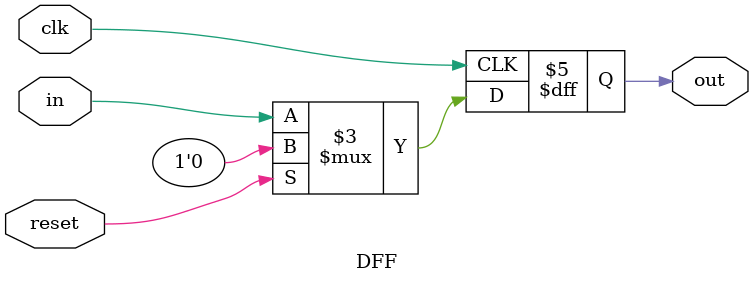
<source format=v>
`timescale 1ns / 1ps


module DFF(input clk, input reset, in, output reg out

    );
    always@(posedge clk) begin
        if(reset) begin
            out <= 1'b0;
        end else begin
            out <= in;
        end
    end
endmodule

</source>
